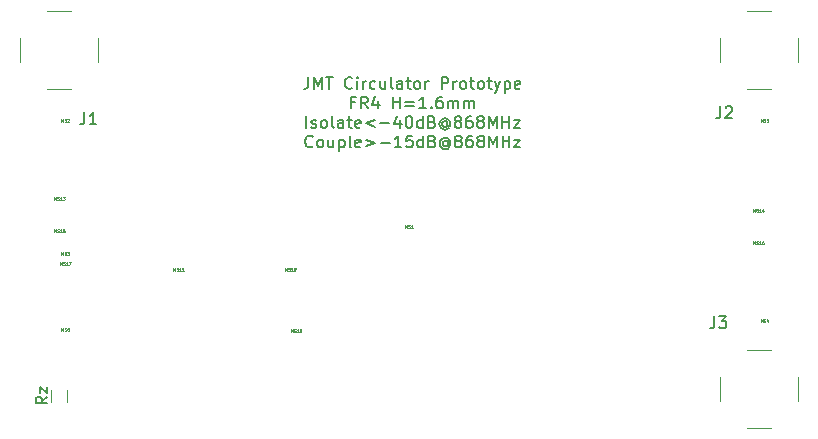
<source format=gbr>
G04 #@! TF.GenerationSoftware,KiCad,Pcbnew,(5.1.5)-3*
G04 #@! TF.CreationDate,2021-08-20T13:05:58+01:00*
G04 #@! TF.ProjectId,Circulator,43697263-756c-4617-946f-722e6b696361,rev?*
G04 #@! TF.SameCoordinates,Original*
G04 #@! TF.FileFunction,Legend,Top*
G04 #@! TF.FilePolarity,Positive*
%FSLAX46Y46*%
G04 Gerber Fmt 4.6, Leading zero omitted, Abs format (unit mm)*
G04 Created by KiCad (PCBNEW (5.1.5)-3) date 2021-08-20 13:05:58*
%MOMM*%
%LPD*%
G04 APERTURE LIST*
%ADD10C,0.150000*%
%ADD11C,0.120000*%
%ADD12C,0.050000*%
G04 APERTURE END LIST*
D10*
X125302476Y-75209380D02*
X125302476Y-75923666D01*
X125254857Y-76066523D01*
X125159619Y-76161761D01*
X125016761Y-76209380D01*
X124921523Y-76209380D01*
X125778666Y-76209380D02*
X125778666Y-75209380D01*
X126112000Y-75923666D01*
X126445333Y-75209380D01*
X126445333Y-76209380D01*
X126778666Y-75209380D02*
X127350095Y-75209380D01*
X127064380Y-76209380D02*
X127064380Y-75209380D01*
X129016761Y-76114142D02*
X128969142Y-76161761D01*
X128826285Y-76209380D01*
X128731047Y-76209380D01*
X128588190Y-76161761D01*
X128492952Y-76066523D01*
X128445333Y-75971285D01*
X128397714Y-75780809D01*
X128397714Y-75637952D01*
X128445333Y-75447476D01*
X128492952Y-75352238D01*
X128588190Y-75257000D01*
X128731047Y-75209380D01*
X128826285Y-75209380D01*
X128969142Y-75257000D01*
X129016761Y-75304619D01*
X129445333Y-76209380D02*
X129445333Y-75542714D01*
X129445333Y-75209380D02*
X129397714Y-75257000D01*
X129445333Y-75304619D01*
X129492952Y-75257000D01*
X129445333Y-75209380D01*
X129445333Y-75304619D01*
X129921523Y-76209380D02*
X129921523Y-75542714D01*
X129921523Y-75733190D02*
X129969142Y-75637952D01*
X130016761Y-75590333D01*
X130112000Y-75542714D01*
X130207238Y-75542714D01*
X130969142Y-76161761D02*
X130873904Y-76209380D01*
X130683428Y-76209380D01*
X130588190Y-76161761D01*
X130540571Y-76114142D01*
X130492952Y-76018904D01*
X130492952Y-75733190D01*
X130540571Y-75637952D01*
X130588190Y-75590333D01*
X130683428Y-75542714D01*
X130873904Y-75542714D01*
X130969142Y-75590333D01*
X131826285Y-75542714D02*
X131826285Y-76209380D01*
X131397714Y-75542714D02*
X131397714Y-76066523D01*
X131445333Y-76161761D01*
X131540571Y-76209380D01*
X131683428Y-76209380D01*
X131778666Y-76161761D01*
X131826285Y-76114142D01*
X132445333Y-76209380D02*
X132350095Y-76161761D01*
X132302476Y-76066523D01*
X132302476Y-75209380D01*
X133254857Y-76209380D02*
X133254857Y-75685571D01*
X133207238Y-75590333D01*
X133112000Y-75542714D01*
X132921523Y-75542714D01*
X132826285Y-75590333D01*
X133254857Y-76161761D02*
X133159619Y-76209380D01*
X132921523Y-76209380D01*
X132826285Y-76161761D01*
X132778666Y-76066523D01*
X132778666Y-75971285D01*
X132826285Y-75876047D01*
X132921523Y-75828428D01*
X133159619Y-75828428D01*
X133254857Y-75780809D01*
X133588190Y-75542714D02*
X133969142Y-75542714D01*
X133731047Y-75209380D02*
X133731047Y-76066523D01*
X133778666Y-76161761D01*
X133873904Y-76209380D01*
X133969142Y-76209380D01*
X134445333Y-76209380D02*
X134350095Y-76161761D01*
X134302476Y-76114142D01*
X134254857Y-76018904D01*
X134254857Y-75733190D01*
X134302476Y-75637952D01*
X134350095Y-75590333D01*
X134445333Y-75542714D01*
X134588190Y-75542714D01*
X134683428Y-75590333D01*
X134731047Y-75637952D01*
X134778666Y-75733190D01*
X134778666Y-76018904D01*
X134731047Y-76114142D01*
X134683428Y-76161761D01*
X134588190Y-76209380D01*
X134445333Y-76209380D01*
X135207238Y-76209380D02*
X135207238Y-75542714D01*
X135207238Y-75733190D02*
X135254857Y-75637952D01*
X135302476Y-75590333D01*
X135397714Y-75542714D01*
X135492952Y-75542714D01*
X136588190Y-76209380D02*
X136588190Y-75209380D01*
X136969142Y-75209380D01*
X137064380Y-75257000D01*
X137112000Y-75304619D01*
X137159619Y-75399857D01*
X137159619Y-75542714D01*
X137112000Y-75637952D01*
X137064380Y-75685571D01*
X136969142Y-75733190D01*
X136588190Y-75733190D01*
X137588190Y-76209380D02*
X137588190Y-75542714D01*
X137588190Y-75733190D02*
X137635809Y-75637952D01*
X137683428Y-75590333D01*
X137778666Y-75542714D01*
X137873904Y-75542714D01*
X138350095Y-76209380D02*
X138254857Y-76161761D01*
X138207238Y-76114142D01*
X138159619Y-76018904D01*
X138159619Y-75733190D01*
X138207238Y-75637952D01*
X138254857Y-75590333D01*
X138350095Y-75542714D01*
X138492952Y-75542714D01*
X138588190Y-75590333D01*
X138635809Y-75637952D01*
X138683428Y-75733190D01*
X138683428Y-76018904D01*
X138635809Y-76114142D01*
X138588190Y-76161761D01*
X138492952Y-76209380D01*
X138350095Y-76209380D01*
X138969142Y-75542714D02*
X139350095Y-75542714D01*
X139112000Y-75209380D02*
X139112000Y-76066523D01*
X139159619Y-76161761D01*
X139254857Y-76209380D01*
X139350095Y-76209380D01*
X139826285Y-76209380D02*
X139731047Y-76161761D01*
X139683428Y-76114142D01*
X139635809Y-76018904D01*
X139635809Y-75733190D01*
X139683428Y-75637952D01*
X139731047Y-75590333D01*
X139826285Y-75542714D01*
X139969142Y-75542714D01*
X140064380Y-75590333D01*
X140112000Y-75637952D01*
X140159619Y-75733190D01*
X140159619Y-76018904D01*
X140112000Y-76114142D01*
X140064380Y-76161761D01*
X139969142Y-76209380D01*
X139826285Y-76209380D01*
X140445333Y-75542714D02*
X140826285Y-75542714D01*
X140588190Y-75209380D02*
X140588190Y-76066523D01*
X140635809Y-76161761D01*
X140731047Y-76209380D01*
X140826285Y-76209380D01*
X141064380Y-75542714D02*
X141302476Y-76209380D01*
X141540571Y-75542714D02*
X141302476Y-76209380D01*
X141207238Y-76447476D01*
X141159619Y-76495095D01*
X141064380Y-76542714D01*
X141921523Y-75542714D02*
X141921523Y-76542714D01*
X141921523Y-75590333D02*
X142016761Y-75542714D01*
X142207238Y-75542714D01*
X142302476Y-75590333D01*
X142350095Y-75637952D01*
X142397714Y-75733190D01*
X142397714Y-76018904D01*
X142350095Y-76114142D01*
X142302476Y-76161761D01*
X142207238Y-76209380D01*
X142016761Y-76209380D01*
X141921523Y-76161761D01*
X143207238Y-76161761D02*
X143112000Y-76209380D01*
X142921523Y-76209380D01*
X142826285Y-76161761D01*
X142778666Y-76066523D01*
X142778666Y-75685571D01*
X142826285Y-75590333D01*
X142921523Y-75542714D01*
X143112000Y-75542714D01*
X143207238Y-75590333D01*
X143254857Y-75685571D01*
X143254857Y-75780809D01*
X142778666Y-75876047D01*
X129231047Y-77335571D02*
X128897714Y-77335571D01*
X128897714Y-77859380D02*
X128897714Y-76859380D01*
X129373904Y-76859380D01*
X130326285Y-77859380D02*
X129992952Y-77383190D01*
X129754857Y-77859380D02*
X129754857Y-76859380D01*
X130135809Y-76859380D01*
X130231047Y-76907000D01*
X130278666Y-76954619D01*
X130326285Y-77049857D01*
X130326285Y-77192714D01*
X130278666Y-77287952D01*
X130231047Y-77335571D01*
X130135809Y-77383190D01*
X129754857Y-77383190D01*
X131183428Y-77192714D02*
X131183428Y-77859380D01*
X130945333Y-76811761D02*
X130707238Y-77526047D01*
X131326285Y-77526047D01*
X132469142Y-77859380D02*
X132469142Y-76859380D01*
X132469142Y-77335571D02*
X133040571Y-77335571D01*
X133040571Y-77859380D02*
X133040571Y-76859380D01*
X133516761Y-77335571D02*
X134278666Y-77335571D01*
X134278666Y-77621285D02*
X133516761Y-77621285D01*
X135278666Y-77859380D02*
X134707238Y-77859380D01*
X134992952Y-77859380D02*
X134992952Y-76859380D01*
X134897714Y-77002238D01*
X134802476Y-77097476D01*
X134707238Y-77145095D01*
X135707238Y-77764142D02*
X135754857Y-77811761D01*
X135707238Y-77859380D01*
X135659619Y-77811761D01*
X135707238Y-77764142D01*
X135707238Y-77859380D01*
X136612000Y-76859380D02*
X136421523Y-76859380D01*
X136326285Y-76907000D01*
X136278666Y-76954619D01*
X136183428Y-77097476D01*
X136135809Y-77287952D01*
X136135809Y-77668904D01*
X136183428Y-77764142D01*
X136231047Y-77811761D01*
X136326285Y-77859380D01*
X136516761Y-77859380D01*
X136612000Y-77811761D01*
X136659619Y-77764142D01*
X136707238Y-77668904D01*
X136707238Y-77430809D01*
X136659619Y-77335571D01*
X136612000Y-77287952D01*
X136516761Y-77240333D01*
X136326285Y-77240333D01*
X136231047Y-77287952D01*
X136183428Y-77335571D01*
X136135809Y-77430809D01*
X137135809Y-77859380D02*
X137135809Y-77192714D01*
X137135809Y-77287952D02*
X137183428Y-77240333D01*
X137278666Y-77192714D01*
X137421523Y-77192714D01*
X137516761Y-77240333D01*
X137564380Y-77335571D01*
X137564380Y-77859380D01*
X137564380Y-77335571D02*
X137612000Y-77240333D01*
X137707238Y-77192714D01*
X137850095Y-77192714D01*
X137945333Y-77240333D01*
X137992952Y-77335571D01*
X137992952Y-77859380D01*
X138469142Y-77859380D02*
X138469142Y-77192714D01*
X138469142Y-77287952D02*
X138516761Y-77240333D01*
X138612000Y-77192714D01*
X138754857Y-77192714D01*
X138850095Y-77240333D01*
X138897714Y-77335571D01*
X138897714Y-77859380D01*
X138897714Y-77335571D02*
X138945333Y-77240333D01*
X139040571Y-77192714D01*
X139183428Y-77192714D01*
X139278666Y-77240333D01*
X139326285Y-77335571D01*
X139326285Y-77859380D01*
X125112000Y-79509380D02*
X125112000Y-78509380D01*
X125540571Y-79461761D02*
X125635809Y-79509380D01*
X125826285Y-79509380D01*
X125921523Y-79461761D01*
X125969142Y-79366523D01*
X125969142Y-79318904D01*
X125921523Y-79223666D01*
X125826285Y-79176047D01*
X125683428Y-79176047D01*
X125588190Y-79128428D01*
X125540571Y-79033190D01*
X125540571Y-78985571D01*
X125588190Y-78890333D01*
X125683428Y-78842714D01*
X125826285Y-78842714D01*
X125921523Y-78890333D01*
X126540571Y-79509380D02*
X126445333Y-79461761D01*
X126397714Y-79414142D01*
X126350095Y-79318904D01*
X126350095Y-79033190D01*
X126397714Y-78937952D01*
X126445333Y-78890333D01*
X126540571Y-78842714D01*
X126683428Y-78842714D01*
X126778666Y-78890333D01*
X126826285Y-78937952D01*
X126873904Y-79033190D01*
X126873904Y-79318904D01*
X126826285Y-79414142D01*
X126778666Y-79461761D01*
X126683428Y-79509380D01*
X126540571Y-79509380D01*
X127445333Y-79509380D02*
X127350095Y-79461761D01*
X127302476Y-79366523D01*
X127302476Y-78509380D01*
X128254857Y-79509380D02*
X128254857Y-78985571D01*
X128207238Y-78890333D01*
X128112000Y-78842714D01*
X127921523Y-78842714D01*
X127826285Y-78890333D01*
X128254857Y-79461761D02*
X128159619Y-79509380D01*
X127921523Y-79509380D01*
X127826285Y-79461761D01*
X127778666Y-79366523D01*
X127778666Y-79271285D01*
X127826285Y-79176047D01*
X127921523Y-79128428D01*
X128159619Y-79128428D01*
X128254857Y-79080809D01*
X128588190Y-78842714D02*
X128969142Y-78842714D01*
X128731047Y-78509380D02*
X128731047Y-79366523D01*
X128778666Y-79461761D01*
X128873904Y-79509380D01*
X128969142Y-79509380D01*
X129683428Y-79461761D02*
X129588190Y-79509380D01*
X129397714Y-79509380D01*
X129302476Y-79461761D01*
X129254857Y-79366523D01*
X129254857Y-78985571D01*
X129302476Y-78890333D01*
X129397714Y-78842714D01*
X129588190Y-78842714D01*
X129683428Y-78890333D01*
X129731047Y-78985571D01*
X129731047Y-79080809D01*
X129254857Y-79176047D01*
X130921523Y-78842714D02*
X130159619Y-79128428D01*
X130921523Y-79414142D01*
X131397714Y-79128428D02*
X132159619Y-79128428D01*
X133064380Y-78842714D02*
X133064380Y-79509380D01*
X132826285Y-78461761D02*
X132588190Y-79176047D01*
X133207238Y-79176047D01*
X133778666Y-78509380D02*
X133873904Y-78509380D01*
X133969142Y-78557000D01*
X134016761Y-78604619D01*
X134064380Y-78699857D01*
X134112000Y-78890333D01*
X134112000Y-79128428D01*
X134064380Y-79318904D01*
X134016761Y-79414142D01*
X133969142Y-79461761D01*
X133873904Y-79509380D01*
X133778666Y-79509380D01*
X133683428Y-79461761D01*
X133635809Y-79414142D01*
X133588190Y-79318904D01*
X133540571Y-79128428D01*
X133540571Y-78890333D01*
X133588190Y-78699857D01*
X133635809Y-78604619D01*
X133683428Y-78557000D01*
X133778666Y-78509380D01*
X134969142Y-79509380D02*
X134969142Y-78509380D01*
X134969142Y-79461761D02*
X134873904Y-79509380D01*
X134683428Y-79509380D01*
X134588190Y-79461761D01*
X134540571Y-79414142D01*
X134492952Y-79318904D01*
X134492952Y-79033190D01*
X134540571Y-78937952D01*
X134588190Y-78890333D01*
X134683428Y-78842714D01*
X134873904Y-78842714D01*
X134969142Y-78890333D01*
X135778666Y-78985571D02*
X135921523Y-79033190D01*
X135969142Y-79080809D01*
X136016761Y-79176047D01*
X136016761Y-79318904D01*
X135969142Y-79414142D01*
X135921523Y-79461761D01*
X135826285Y-79509380D01*
X135445333Y-79509380D01*
X135445333Y-78509380D01*
X135778666Y-78509380D01*
X135873904Y-78557000D01*
X135921523Y-78604619D01*
X135969142Y-78699857D01*
X135969142Y-78795095D01*
X135921523Y-78890333D01*
X135873904Y-78937952D01*
X135778666Y-78985571D01*
X135445333Y-78985571D01*
X137064380Y-79033190D02*
X137016761Y-78985571D01*
X136921523Y-78937952D01*
X136826285Y-78937952D01*
X136731047Y-78985571D01*
X136683428Y-79033190D01*
X136635809Y-79128428D01*
X136635809Y-79223666D01*
X136683428Y-79318904D01*
X136731047Y-79366523D01*
X136826285Y-79414142D01*
X136921523Y-79414142D01*
X137016761Y-79366523D01*
X137064380Y-79318904D01*
X137064380Y-78937952D02*
X137064380Y-79318904D01*
X137112000Y-79366523D01*
X137159619Y-79366523D01*
X137254857Y-79318904D01*
X137302476Y-79223666D01*
X137302476Y-78985571D01*
X137207238Y-78842714D01*
X137064380Y-78747476D01*
X136873904Y-78699857D01*
X136683428Y-78747476D01*
X136540571Y-78842714D01*
X136445333Y-78985571D01*
X136397714Y-79176047D01*
X136445333Y-79366523D01*
X136540571Y-79509380D01*
X136683428Y-79604619D01*
X136873904Y-79652238D01*
X137064380Y-79604619D01*
X137207238Y-79509380D01*
X137873904Y-78937952D02*
X137778666Y-78890333D01*
X137731047Y-78842714D01*
X137683428Y-78747476D01*
X137683428Y-78699857D01*
X137731047Y-78604619D01*
X137778666Y-78557000D01*
X137873904Y-78509380D01*
X138064380Y-78509380D01*
X138159619Y-78557000D01*
X138207238Y-78604619D01*
X138254857Y-78699857D01*
X138254857Y-78747476D01*
X138207238Y-78842714D01*
X138159619Y-78890333D01*
X138064380Y-78937952D01*
X137873904Y-78937952D01*
X137778666Y-78985571D01*
X137731047Y-79033190D01*
X137683428Y-79128428D01*
X137683428Y-79318904D01*
X137731047Y-79414142D01*
X137778666Y-79461761D01*
X137873904Y-79509380D01*
X138064380Y-79509380D01*
X138159619Y-79461761D01*
X138207238Y-79414142D01*
X138254857Y-79318904D01*
X138254857Y-79128428D01*
X138207238Y-79033190D01*
X138159619Y-78985571D01*
X138064380Y-78937952D01*
X139112000Y-78509380D02*
X138921523Y-78509380D01*
X138826285Y-78557000D01*
X138778666Y-78604619D01*
X138683428Y-78747476D01*
X138635809Y-78937952D01*
X138635809Y-79318904D01*
X138683428Y-79414142D01*
X138731047Y-79461761D01*
X138826285Y-79509380D01*
X139016761Y-79509380D01*
X139112000Y-79461761D01*
X139159619Y-79414142D01*
X139207238Y-79318904D01*
X139207238Y-79080809D01*
X139159619Y-78985571D01*
X139112000Y-78937952D01*
X139016761Y-78890333D01*
X138826285Y-78890333D01*
X138731047Y-78937952D01*
X138683428Y-78985571D01*
X138635809Y-79080809D01*
X139778666Y-78937952D02*
X139683428Y-78890333D01*
X139635809Y-78842714D01*
X139588190Y-78747476D01*
X139588190Y-78699857D01*
X139635809Y-78604619D01*
X139683428Y-78557000D01*
X139778666Y-78509380D01*
X139969142Y-78509380D01*
X140064380Y-78557000D01*
X140112000Y-78604619D01*
X140159619Y-78699857D01*
X140159619Y-78747476D01*
X140112000Y-78842714D01*
X140064380Y-78890333D01*
X139969142Y-78937952D01*
X139778666Y-78937952D01*
X139683428Y-78985571D01*
X139635809Y-79033190D01*
X139588190Y-79128428D01*
X139588190Y-79318904D01*
X139635809Y-79414142D01*
X139683428Y-79461761D01*
X139778666Y-79509380D01*
X139969142Y-79509380D01*
X140064380Y-79461761D01*
X140112000Y-79414142D01*
X140159619Y-79318904D01*
X140159619Y-79128428D01*
X140112000Y-79033190D01*
X140064380Y-78985571D01*
X139969142Y-78937952D01*
X140588190Y-79509380D02*
X140588190Y-78509380D01*
X140921523Y-79223666D01*
X141254857Y-78509380D01*
X141254857Y-79509380D01*
X141731047Y-79509380D02*
X141731047Y-78509380D01*
X141731047Y-78985571D02*
X142302476Y-78985571D01*
X142302476Y-79509380D02*
X142302476Y-78509380D01*
X142683428Y-78842714D02*
X143207238Y-78842714D01*
X142683428Y-79509380D01*
X143207238Y-79509380D01*
X125659619Y-81064142D02*
X125612000Y-81111761D01*
X125469142Y-81159380D01*
X125373904Y-81159380D01*
X125231047Y-81111761D01*
X125135809Y-81016523D01*
X125088190Y-80921285D01*
X125040571Y-80730809D01*
X125040571Y-80587952D01*
X125088190Y-80397476D01*
X125135809Y-80302238D01*
X125231047Y-80207000D01*
X125373904Y-80159380D01*
X125469142Y-80159380D01*
X125612000Y-80207000D01*
X125659619Y-80254619D01*
X126231047Y-81159380D02*
X126135809Y-81111761D01*
X126088190Y-81064142D01*
X126040571Y-80968904D01*
X126040571Y-80683190D01*
X126088190Y-80587952D01*
X126135809Y-80540333D01*
X126231047Y-80492714D01*
X126373904Y-80492714D01*
X126469142Y-80540333D01*
X126516761Y-80587952D01*
X126564380Y-80683190D01*
X126564380Y-80968904D01*
X126516761Y-81064142D01*
X126469142Y-81111761D01*
X126373904Y-81159380D01*
X126231047Y-81159380D01*
X127421523Y-80492714D02*
X127421523Y-81159380D01*
X126992952Y-80492714D02*
X126992952Y-81016523D01*
X127040571Y-81111761D01*
X127135809Y-81159380D01*
X127278666Y-81159380D01*
X127373904Y-81111761D01*
X127421523Y-81064142D01*
X127897714Y-80492714D02*
X127897714Y-81492714D01*
X127897714Y-80540333D02*
X127992952Y-80492714D01*
X128183428Y-80492714D01*
X128278666Y-80540333D01*
X128326285Y-80587952D01*
X128373904Y-80683190D01*
X128373904Y-80968904D01*
X128326285Y-81064142D01*
X128278666Y-81111761D01*
X128183428Y-81159380D01*
X127992952Y-81159380D01*
X127897714Y-81111761D01*
X128945333Y-81159380D02*
X128850095Y-81111761D01*
X128802476Y-81016523D01*
X128802476Y-80159380D01*
X129707238Y-81111761D02*
X129612000Y-81159380D01*
X129421523Y-81159380D01*
X129326285Y-81111761D01*
X129278666Y-81016523D01*
X129278666Y-80635571D01*
X129326285Y-80540333D01*
X129421523Y-80492714D01*
X129612000Y-80492714D01*
X129707238Y-80540333D01*
X129754857Y-80635571D01*
X129754857Y-80730809D01*
X129278666Y-80826047D01*
X130183428Y-80492714D02*
X130945333Y-80778428D01*
X130183428Y-81064142D01*
X131421523Y-80778428D02*
X132183428Y-80778428D01*
X133183428Y-81159380D02*
X132612000Y-81159380D01*
X132897714Y-81159380D02*
X132897714Y-80159380D01*
X132802476Y-80302238D01*
X132707238Y-80397476D01*
X132612000Y-80445095D01*
X134088190Y-80159380D02*
X133612000Y-80159380D01*
X133564380Y-80635571D01*
X133612000Y-80587952D01*
X133707238Y-80540333D01*
X133945333Y-80540333D01*
X134040571Y-80587952D01*
X134088190Y-80635571D01*
X134135809Y-80730809D01*
X134135809Y-80968904D01*
X134088190Y-81064142D01*
X134040571Y-81111761D01*
X133945333Y-81159380D01*
X133707238Y-81159380D01*
X133612000Y-81111761D01*
X133564380Y-81064142D01*
X134992952Y-81159380D02*
X134992952Y-80159380D01*
X134992952Y-81111761D02*
X134897714Y-81159380D01*
X134707238Y-81159380D01*
X134612000Y-81111761D01*
X134564380Y-81064142D01*
X134516761Y-80968904D01*
X134516761Y-80683190D01*
X134564380Y-80587952D01*
X134612000Y-80540333D01*
X134707238Y-80492714D01*
X134897714Y-80492714D01*
X134992952Y-80540333D01*
X135802476Y-80635571D02*
X135945333Y-80683190D01*
X135992952Y-80730809D01*
X136040571Y-80826047D01*
X136040571Y-80968904D01*
X135992952Y-81064142D01*
X135945333Y-81111761D01*
X135850095Y-81159380D01*
X135469142Y-81159380D01*
X135469142Y-80159380D01*
X135802476Y-80159380D01*
X135897714Y-80207000D01*
X135945333Y-80254619D01*
X135992952Y-80349857D01*
X135992952Y-80445095D01*
X135945333Y-80540333D01*
X135897714Y-80587952D01*
X135802476Y-80635571D01*
X135469142Y-80635571D01*
X137088190Y-80683190D02*
X137040571Y-80635571D01*
X136945333Y-80587952D01*
X136850095Y-80587952D01*
X136754857Y-80635571D01*
X136707238Y-80683190D01*
X136659619Y-80778428D01*
X136659619Y-80873666D01*
X136707238Y-80968904D01*
X136754857Y-81016523D01*
X136850095Y-81064142D01*
X136945333Y-81064142D01*
X137040571Y-81016523D01*
X137088190Y-80968904D01*
X137088190Y-80587952D02*
X137088190Y-80968904D01*
X137135809Y-81016523D01*
X137183428Y-81016523D01*
X137278666Y-80968904D01*
X137326285Y-80873666D01*
X137326285Y-80635571D01*
X137231047Y-80492714D01*
X137088190Y-80397476D01*
X136897714Y-80349857D01*
X136707238Y-80397476D01*
X136564380Y-80492714D01*
X136469142Y-80635571D01*
X136421523Y-80826047D01*
X136469142Y-81016523D01*
X136564380Y-81159380D01*
X136707238Y-81254619D01*
X136897714Y-81302238D01*
X137088190Y-81254619D01*
X137231047Y-81159380D01*
X137897714Y-80587952D02*
X137802476Y-80540333D01*
X137754857Y-80492714D01*
X137707238Y-80397476D01*
X137707238Y-80349857D01*
X137754857Y-80254619D01*
X137802476Y-80207000D01*
X137897714Y-80159380D01*
X138088190Y-80159380D01*
X138183428Y-80207000D01*
X138231047Y-80254619D01*
X138278666Y-80349857D01*
X138278666Y-80397476D01*
X138231047Y-80492714D01*
X138183428Y-80540333D01*
X138088190Y-80587952D01*
X137897714Y-80587952D01*
X137802476Y-80635571D01*
X137754857Y-80683190D01*
X137707238Y-80778428D01*
X137707238Y-80968904D01*
X137754857Y-81064142D01*
X137802476Y-81111761D01*
X137897714Y-81159380D01*
X138088190Y-81159380D01*
X138183428Y-81111761D01*
X138231047Y-81064142D01*
X138278666Y-80968904D01*
X138278666Y-80778428D01*
X138231047Y-80683190D01*
X138183428Y-80635571D01*
X138088190Y-80587952D01*
X139135809Y-80159380D02*
X138945333Y-80159380D01*
X138850095Y-80207000D01*
X138802476Y-80254619D01*
X138707238Y-80397476D01*
X138659619Y-80587952D01*
X138659619Y-80968904D01*
X138707238Y-81064142D01*
X138754857Y-81111761D01*
X138850095Y-81159380D01*
X139040571Y-81159380D01*
X139135809Y-81111761D01*
X139183428Y-81064142D01*
X139231047Y-80968904D01*
X139231047Y-80730809D01*
X139183428Y-80635571D01*
X139135809Y-80587952D01*
X139040571Y-80540333D01*
X138850095Y-80540333D01*
X138754857Y-80587952D01*
X138707238Y-80635571D01*
X138659619Y-80730809D01*
X139802476Y-80587952D02*
X139707238Y-80540333D01*
X139659619Y-80492714D01*
X139612000Y-80397476D01*
X139612000Y-80349857D01*
X139659619Y-80254619D01*
X139707238Y-80207000D01*
X139802476Y-80159380D01*
X139992952Y-80159380D01*
X140088190Y-80207000D01*
X140135809Y-80254619D01*
X140183428Y-80349857D01*
X140183428Y-80397476D01*
X140135809Y-80492714D01*
X140088190Y-80540333D01*
X139992952Y-80587952D01*
X139802476Y-80587952D01*
X139707238Y-80635571D01*
X139659619Y-80683190D01*
X139612000Y-80778428D01*
X139612000Y-80968904D01*
X139659619Y-81064142D01*
X139707238Y-81111761D01*
X139802476Y-81159380D01*
X139992952Y-81159380D01*
X140088190Y-81111761D01*
X140135809Y-81064142D01*
X140183428Y-80968904D01*
X140183428Y-80778428D01*
X140135809Y-80683190D01*
X140088190Y-80635571D01*
X139992952Y-80587952D01*
X140612000Y-81159380D02*
X140612000Y-80159380D01*
X140945333Y-80873666D01*
X141278666Y-80159380D01*
X141278666Y-81159380D01*
X141754857Y-81159380D02*
X141754857Y-80159380D01*
X141754857Y-80635571D02*
X142326285Y-80635571D01*
X142326285Y-81159380D02*
X142326285Y-80159380D01*
X142707238Y-80492714D02*
X143231047Y-80492714D01*
X142707238Y-81159380D01*
X143231047Y-81159380D01*
D11*
X104883500Y-101671500D02*
X104883500Y-102671500D01*
X103523500Y-102671500D02*
X103523500Y-101671500D01*
X100903500Y-71898000D02*
X100903500Y-73898000D01*
X107503500Y-71898000D02*
X107503500Y-73898000D01*
X103203500Y-76198000D02*
X105203500Y-76198000D01*
X103203500Y-69598000D02*
X105203500Y-69598000D01*
X162449000Y-69598000D02*
X164449000Y-69598000D01*
X162449000Y-76198000D02*
X164449000Y-76198000D01*
X166749000Y-71898000D02*
X166749000Y-73898000D01*
X160149000Y-71898000D02*
X160149000Y-73898000D01*
X160149000Y-100600000D02*
X160149000Y-102600000D01*
X166749000Y-100600000D02*
X166749000Y-102600000D01*
X162449000Y-104900000D02*
X164449000Y-104900000D01*
X162449000Y-98300000D02*
X164449000Y-98300000D01*
D10*
X103205880Y-102266738D02*
X102729690Y-102600071D01*
X103205880Y-102838166D02*
X102205880Y-102838166D01*
X102205880Y-102457214D01*
X102253500Y-102361976D01*
X102301119Y-102314357D01*
X102396357Y-102266738D01*
X102539214Y-102266738D01*
X102634452Y-102314357D01*
X102682071Y-102361976D01*
X102729690Y-102457214D01*
X102729690Y-102838166D01*
X102539214Y-101933404D02*
X102539214Y-101409595D01*
X103205880Y-101933404D01*
X103205880Y-101409595D01*
D12*
X162967523Y-89345095D02*
X162967523Y-89095095D01*
X163050857Y-89273666D01*
X163134190Y-89095095D01*
X163134190Y-89345095D01*
X163241333Y-89333190D02*
X163277047Y-89345095D01*
X163336571Y-89345095D01*
X163360380Y-89333190D01*
X163372285Y-89321285D01*
X163384190Y-89297476D01*
X163384190Y-89273666D01*
X163372285Y-89249857D01*
X163360380Y-89237952D01*
X163336571Y-89226047D01*
X163288952Y-89214142D01*
X163265142Y-89202238D01*
X163253238Y-89190333D01*
X163241333Y-89166523D01*
X163241333Y-89142714D01*
X163253238Y-89118904D01*
X163265142Y-89107000D01*
X163288952Y-89095095D01*
X163348476Y-89095095D01*
X163384190Y-89107000D01*
X163622285Y-89345095D02*
X163479428Y-89345095D01*
X163550857Y-89345095D02*
X163550857Y-89095095D01*
X163527047Y-89130809D01*
X163503238Y-89154619D01*
X163479428Y-89166523D01*
X163836571Y-89095095D02*
X163788952Y-89095095D01*
X163765142Y-89107000D01*
X163753238Y-89118904D01*
X163729428Y-89154619D01*
X163717523Y-89202238D01*
X163717523Y-89297476D01*
X163729428Y-89321285D01*
X163741333Y-89333190D01*
X163765142Y-89345095D01*
X163812761Y-89345095D01*
X163836571Y-89333190D01*
X163848476Y-89321285D01*
X163860380Y-89297476D01*
X163860380Y-89237952D01*
X163848476Y-89214142D01*
X163836571Y-89202238D01*
X163812761Y-89190333D01*
X163765142Y-89190333D01*
X163741333Y-89202238D01*
X163729428Y-89214142D01*
X163717523Y-89237952D01*
X103767523Y-88345095D02*
X103767523Y-88095095D01*
X103850857Y-88273666D01*
X103934190Y-88095095D01*
X103934190Y-88345095D01*
X104041333Y-88333190D02*
X104077047Y-88345095D01*
X104136571Y-88345095D01*
X104160380Y-88333190D01*
X104172285Y-88321285D01*
X104184190Y-88297476D01*
X104184190Y-88273666D01*
X104172285Y-88249857D01*
X104160380Y-88237952D01*
X104136571Y-88226047D01*
X104088952Y-88214142D01*
X104065142Y-88202238D01*
X104053238Y-88190333D01*
X104041333Y-88166523D01*
X104041333Y-88142714D01*
X104053238Y-88118904D01*
X104065142Y-88107000D01*
X104088952Y-88095095D01*
X104148476Y-88095095D01*
X104184190Y-88107000D01*
X104422285Y-88345095D02*
X104279428Y-88345095D01*
X104350857Y-88345095D02*
X104350857Y-88095095D01*
X104327047Y-88130809D01*
X104303238Y-88154619D01*
X104279428Y-88166523D01*
X104648476Y-88095095D02*
X104529428Y-88095095D01*
X104517523Y-88214142D01*
X104529428Y-88202238D01*
X104553238Y-88190333D01*
X104612761Y-88190333D01*
X104636571Y-88202238D01*
X104648476Y-88214142D01*
X104660380Y-88237952D01*
X104660380Y-88297476D01*
X104648476Y-88321285D01*
X104636571Y-88333190D01*
X104612761Y-88345095D01*
X104553238Y-88345095D01*
X104529428Y-88333190D01*
X104517523Y-88321285D01*
X103767523Y-85595095D02*
X103767523Y-85345095D01*
X103850857Y-85523666D01*
X103934190Y-85345095D01*
X103934190Y-85595095D01*
X104041333Y-85583190D02*
X104077047Y-85595095D01*
X104136571Y-85595095D01*
X104160380Y-85583190D01*
X104172285Y-85571285D01*
X104184190Y-85547476D01*
X104184190Y-85523666D01*
X104172285Y-85499857D01*
X104160380Y-85487952D01*
X104136571Y-85476047D01*
X104088952Y-85464142D01*
X104065142Y-85452238D01*
X104053238Y-85440333D01*
X104041333Y-85416523D01*
X104041333Y-85392714D01*
X104053238Y-85368904D01*
X104065142Y-85357000D01*
X104088952Y-85345095D01*
X104148476Y-85345095D01*
X104184190Y-85357000D01*
X104422285Y-85595095D02*
X104279428Y-85595095D01*
X104350857Y-85595095D02*
X104350857Y-85345095D01*
X104327047Y-85380809D01*
X104303238Y-85404619D01*
X104279428Y-85416523D01*
X104505619Y-85345095D02*
X104660380Y-85345095D01*
X104577047Y-85440333D01*
X104612761Y-85440333D01*
X104636571Y-85452238D01*
X104648476Y-85464142D01*
X104660380Y-85487952D01*
X104660380Y-85547476D01*
X104648476Y-85571285D01*
X104636571Y-85583190D01*
X104612761Y-85595095D01*
X104541333Y-85595095D01*
X104517523Y-85583190D01*
X104505619Y-85571285D01*
X104386571Y-96705095D02*
X104386571Y-96455095D01*
X104469904Y-96633666D01*
X104553238Y-96455095D01*
X104553238Y-96705095D01*
X104660380Y-96693190D02*
X104696095Y-96705095D01*
X104755619Y-96705095D01*
X104779428Y-96693190D01*
X104791333Y-96681285D01*
X104803238Y-96657476D01*
X104803238Y-96633666D01*
X104791333Y-96609857D01*
X104779428Y-96597952D01*
X104755619Y-96586047D01*
X104708000Y-96574142D01*
X104684190Y-96562238D01*
X104672285Y-96550333D01*
X104660380Y-96526523D01*
X104660380Y-96502714D01*
X104672285Y-96478904D01*
X104684190Y-96467000D01*
X104708000Y-96455095D01*
X104767523Y-96455095D01*
X104803238Y-96467000D01*
X105017523Y-96455095D02*
X104969904Y-96455095D01*
X104946095Y-96467000D01*
X104934190Y-96478904D01*
X104910380Y-96514619D01*
X104898476Y-96562238D01*
X104898476Y-96657476D01*
X104910380Y-96681285D01*
X104922285Y-96693190D01*
X104946095Y-96705095D01*
X104993714Y-96705095D01*
X105017523Y-96693190D01*
X105029428Y-96681285D01*
X105041333Y-96657476D01*
X105041333Y-96597952D01*
X105029428Y-96574142D01*
X105017523Y-96562238D01*
X104993714Y-96550333D01*
X104946095Y-96550333D01*
X104922285Y-96562238D01*
X104910380Y-96574142D01*
X104898476Y-96597952D01*
X123822523Y-96805095D02*
X123822523Y-96555095D01*
X123905857Y-96733666D01*
X123989190Y-96555095D01*
X123989190Y-96805095D01*
X124096333Y-96793190D02*
X124132047Y-96805095D01*
X124191571Y-96805095D01*
X124215380Y-96793190D01*
X124227285Y-96781285D01*
X124239190Y-96757476D01*
X124239190Y-96733666D01*
X124227285Y-96709857D01*
X124215380Y-96697952D01*
X124191571Y-96686047D01*
X124143952Y-96674142D01*
X124120142Y-96662238D01*
X124108238Y-96650333D01*
X124096333Y-96626523D01*
X124096333Y-96602714D01*
X124108238Y-96578904D01*
X124120142Y-96567000D01*
X124143952Y-96555095D01*
X124203476Y-96555095D01*
X124239190Y-96567000D01*
X124477285Y-96805095D02*
X124334428Y-96805095D01*
X124405857Y-96805095D02*
X124405857Y-96555095D01*
X124382047Y-96590809D01*
X124358238Y-96614619D01*
X124334428Y-96626523D01*
X124620142Y-96662238D02*
X124596333Y-96650333D01*
X124584428Y-96638428D01*
X124572523Y-96614619D01*
X124572523Y-96602714D01*
X124584428Y-96578904D01*
X124596333Y-96567000D01*
X124620142Y-96555095D01*
X124667761Y-96555095D01*
X124691571Y-96567000D01*
X124703476Y-96578904D01*
X124715380Y-96602714D01*
X124715380Y-96614619D01*
X124703476Y-96638428D01*
X124691571Y-96650333D01*
X124667761Y-96662238D01*
X124620142Y-96662238D01*
X124596333Y-96674142D01*
X124584428Y-96686047D01*
X124572523Y-96709857D01*
X124572523Y-96757476D01*
X124584428Y-96781285D01*
X124596333Y-96793190D01*
X124620142Y-96805095D01*
X124667761Y-96805095D01*
X124691571Y-96793190D01*
X124703476Y-96781285D01*
X124715380Y-96757476D01*
X124715380Y-96709857D01*
X124703476Y-96686047D01*
X124691571Y-96674142D01*
X124667761Y-96662238D01*
X104386571Y-90295095D02*
X104386571Y-90045095D01*
X104469904Y-90223666D01*
X104553238Y-90045095D01*
X104553238Y-90295095D01*
X104660380Y-90283190D02*
X104696095Y-90295095D01*
X104755619Y-90295095D01*
X104779428Y-90283190D01*
X104791333Y-90271285D01*
X104803238Y-90247476D01*
X104803238Y-90223666D01*
X104791333Y-90199857D01*
X104779428Y-90187952D01*
X104755619Y-90176047D01*
X104708000Y-90164142D01*
X104684190Y-90152238D01*
X104672285Y-90140333D01*
X104660380Y-90116523D01*
X104660380Y-90092714D01*
X104672285Y-90068904D01*
X104684190Y-90057000D01*
X104708000Y-90045095D01*
X104767523Y-90045095D01*
X104803238Y-90057000D01*
X104886571Y-90045095D02*
X105041333Y-90045095D01*
X104958000Y-90140333D01*
X104993714Y-90140333D01*
X105017523Y-90152238D01*
X105029428Y-90164142D01*
X105041333Y-90187952D01*
X105041333Y-90247476D01*
X105029428Y-90271285D01*
X105017523Y-90283190D01*
X104993714Y-90295095D01*
X104922285Y-90295095D01*
X104898476Y-90283190D01*
X104886571Y-90271285D01*
X163586571Y-95945095D02*
X163586571Y-95695095D01*
X163669904Y-95873666D01*
X163753238Y-95695095D01*
X163753238Y-95945095D01*
X163860380Y-95933190D02*
X163896095Y-95945095D01*
X163955619Y-95945095D01*
X163979428Y-95933190D01*
X163991333Y-95921285D01*
X164003238Y-95897476D01*
X164003238Y-95873666D01*
X163991333Y-95849857D01*
X163979428Y-95837952D01*
X163955619Y-95826047D01*
X163908000Y-95814142D01*
X163884190Y-95802238D01*
X163872285Y-95790333D01*
X163860380Y-95766523D01*
X163860380Y-95742714D01*
X163872285Y-95718904D01*
X163884190Y-95707000D01*
X163908000Y-95695095D01*
X163967523Y-95695095D01*
X164003238Y-95707000D01*
X164217523Y-95778428D02*
X164217523Y-95945095D01*
X164158000Y-95683190D02*
X164098476Y-95861761D01*
X164253238Y-95861761D01*
X162967523Y-86595095D02*
X162967523Y-86345095D01*
X163050857Y-86523666D01*
X163134190Y-86345095D01*
X163134190Y-86595095D01*
X163241333Y-86583190D02*
X163277047Y-86595095D01*
X163336571Y-86595095D01*
X163360380Y-86583190D01*
X163372285Y-86571285D01*
X163384190Y-86547476D01*
X163384190Y-86523666D01*
X163372285Y-86499857D01*
X163360380Y-86487952D01*
X163336571Y-86476047D01*
X163288952Y-86464142D01*
X163265142Y-86452238D01*
X163253238Y-86440333D01*
X163241333Y-86416523D01*
X163241333Y-86392714D01*
X163253238Y-86368904D01*
X163265142Y-86357000D01*
X163288952Y-86345095D01*
X163348476Y-86345095D01*
X163384190Y-86357000D01*
X163622285Y-86595095D02*
X163479428Y-86595095D01*
X163550857Y-86595095D02*
X163550857Y-86345095D01*
X163527047Y-86380809D01*
X163503238Y-86404619D01*
X163479428Y-86416523D01*
X163836571Y-86428428D02*
X163836571Y-86595095D01*
X163777047Y-86333190D02*
X163717523Y-86511761D01*
X163872285Y-86511761D01*
X113867523Y-91600095D02*
X113867523Y-91350095D01*
X113950857Y-91528666D01*
X114034190Y-91350095D01*
X114034190Y-91600095D01*
X114141333Y-91588190D02*
X114177047Y-91600095D01*
X114236571Y-91600095D01*
X114260380Y-91588190D01*
X114272285Y-91576285D01*
X114284190Y-91552476D01*
X114284190Y-91528666D01*
X114272285Y-91504857D01*
X114260380Y-91492952D01*
X114236571Y-91481047D01*
X114188952Y-91469142D01*
X114165142Y-91457238D01*
X114153238Y-91445333D01*
X114141333Y-91421523D01*
X114141333Y-91397714D01*
X114153238Y-91373904D01*
X114165142Y-91362000D01*
X114188952Y-91350095D01*
X114248476Y-91350095D01*
X114284190Y-91362000D01*
X114522285Y-91600095D02*
X114379428Y-91600095D01*
X114450857Y-91600095D02*
X114450857Y-91350095D01*
X114427047Y-91385809D01*
X114403238Y-91409619D01*
X114379428Y-91421523D01*
X114760380Y-91600095D02*
X114617523Y-91600095D01*
X114688952Y-91600095D02*
X114688952Y-91350095D01*
X114665142Y-91385809D01*
X114641333Y-91409619D01*
X114617523Y-91421523D01*
X163586571Y-78995095D02*
X163586571Y-78745095D01*
X163669904Y-78923666D01*
X163753238Y-78745095D01*
X163753238Y-78995095D01*
X163860380Y-78983190D02*
X163896095Y-78995095D01*
X163955619Y-78995095D01*
X163979428Y-78983190D01*
X163991333Y-78971285D01*
X164003238Y-78947476D01*
X164003238Y-78923666D01*
X163991333Y-78899857D01*
X163979428Y-78887952D01*
X163955619Y-78876047D01*
X163908000Y-78864142D01*
X163884190Y-78852238D01*
X163872285Y-78840333D01*
X163860380Y-78816523D01*
X163860380Y-78792714D01*
X163872285Y-78768904D01*
X163884190Y-78757000D01*
X163908000Y-78745095D01*
X163967523Y-78745095D01*
X164003238Y-78757000D01*
X164229428Y-78745095D02*
X164110380Y-78745095D01*
X164098476Y-78864142D01*
X164110380Y-78852238D01*
X164134190Y-78840333D01*
X164193714Y-78840333D01*
X164217523Y-78852238D01*
X164229428Y-78864142D01*
X164241333Y-78887952D01*
X164241333Y-78947476D01*
X164229428Y-78971285D01*
X164217523Y-78983190D01*
X164193714Y-78995095D01*
X164134190Y-78995095D01*
X164110380Y-78983190D01*
X164098476Y-78971285D01*
X104267523Y-91100095D02*
X104267523Y-90850095D01*
X104350857Y-91028666D01*
X104434190Y-90850095D01*
X104434190Y-91100095D01*
X104541333Y-91088190D02*
X104577047Y-91100095D01*
X104636571Y-91100095D01*
X104660380Y-91088190D01*
X104672285Y-91076285D01*
X104684190Y-91052476D01*
X104684190Y-91028666D01*
X104672285Y-91004857D01*
X104660380Y-90992952D01*
X104636571Y-90981047D01*
X104588952Y-90969142D01*
X104565142Y-90957238D01*
X104553238Y-90945333D01*
X104541333Y-90921523D01*
X104541333Y-90897714D01*
X104553238Y-90873904D01*
X104565142Y-90862000D01*
X104588952Y-90850095D01*
X104648476Y-90850095D01*
X104684190Y-90862000D01*
X104922285Y-91100095D02*
X104779428Y-91100095D01*
X104850857Y-91100095D02*
X104850857Y-90850095D01*
X104827047Y-90885809D01*
X104803238Y-90909619D01*
X104779428Y-90921523D01*
X105005619Y-90850095D02*
X105172285Y-90850095D01*
X105065142Y-91100095D01*
X104386571Y-78995095D02*
X104386571Y-78745095D01*
X104469904Y-78923666D01*
X104553238Y-78745095D01*
X104553238Y-78995095D01*
X104660380Y-78983190D02*
X104696095Y-78995095D01*
X104755619Y-78995095D01*
X104779428Y-78983190D01*
X104791333Y-78971285D01*
X104803238Y-78947476D01*
X104803238Y-78923666D01*
X104791333Y-78899857D01*
X104779428Y-78887952D01*
X104755619Y-78876047D01*
X104708000Y-78864142D01*
X104684190Y-78852238D01*
X104672285Y-78840333D01*
X104660380Y-78816523D01*
X104660380Y-78792714D01*
X104672285Y-78768904D01*
X104684190Y-78757000D01*
X104708000Y-78745095D01*
X104767523Y-78745095D01*
X104803238Y-78757000D01*
X104898476Y-78768904D02*
X104910380Y-78757000D01*
X104934190Y-78745095D01*
X104993714Y-78745095D01*
X105017523Y-78757000D01*
X105029428Y-78768904D01*
X105041333Y-78792714D01*
X105041333Y-78816523D01*
X105029428Y-78852238D01*
X104886571Y-78995095D01*
X105041333Y-78995095D01*
X133486571Y-87970095D02*
X133486571Y-87720095D01*
X133569904Y-87898666D01*
X133653238Y-87720095D01*
X133653238Y-87970095D01*
X133760380Y-87958190D02*
X133796095Y-87970095D01*
X133855619Y-87970095D01*
X133879428Y-87958190D01*
X133891333Y-87946285D01*
X133903238Y-87922476D01*
X133903238Y-87898666D01*
X133891333Y-87874857D01*
X133879428Y-87862952D01*
X133855619Y-87851047D01*
X133808000Y-87839142D01*
X133784190Y-87827238D01*
X133772285Y-87815333D01*
X133760380Y-87791523D01*
X133760380Y-87767714D01*
X133772285Y-87743904D01*
X133784190Y-87732000D01*
X133808000Y-87720095D01*
X133867523Y-87720095D01*
X133903238Y-87732000D01*
X134141333Y-87970095D02*
X133998476Y-87970095D01*
X134069904Y-87970095D02*
X134069904Y-87720095D01*
X134046095Y-87755809D01*
X134022285Y-87779619D01*
X133998476Y-87791523D01*
X123322523Y-91600095D02*
X123322523Y-91350095D01*
X123405857Y-91528666D01*
X123489190Y-91350095D01*
X123489190Y-91600095D01*
X123596333Y-91588190D02*
X123632047Y-91600095D01*
X123691571Y-91600095D01*
X123715380Y-91588190D01*
X123727285Y-91576285D01*
X123739190Y-91552476D01*
X123739190Y-91528666D01*
X123727285Y-91504857D01*
X123715380Y-91492952D01*
X123691571Y-91481047D01*
X123643952Y-91469142D01*
X123620142Y-91457238D01*
X123608238Y-91445333D01*
X123596333Y-91421523D01*
X123596333Y-91397714D01*
X123608238Y-91373904D01*
X123620142Y-91362000D01*
X123643952Y-91350095D01*
X123703476Y-91350095D01*
X123739190Y-91362000D01*
X123977285Y-91600095D02*
X123834428Y-91600095D01*
X123905857Y-91600095D02*
X123905857Y-91350095D01*
X123882047Y-91385809D01*
X123858238Y-91409619D01*
X123834428Y-91421523D01*
X124096333Y-91600095D02*
X124143952Y-91600095D01*
X124167761Y-91588190D01*
X124179666Y-91576285D01*
X124203476Y-91540571D01*
X124215380Y-91492952D01*
X124215380Y-91397714D01*
X124203476Y-91373904D01*
X124191571Y-91362000D01*
X124167761Y-91350095D01*
X124120142Y-91350095D01*
X124096333Y-91362000D01*
X124084428Y-91373904D01*
X124072523Y-91397714D01*
X124072523Y-91457238D01*
X124084428Y-91481047D01*
X124096333Y-91492952D01*
X124120142Y-91504857D01*
X124167761Y-91504857D01*
X124191571Y-91492952D01*
X124203476Y-91481047D01*
X124215380Y-91457238D01*
D10*
X106346666Y-78192380D02*
X106346666Y-78906666D01*
X106299047Y-79049523D01*
X106203809Y-79144761D01*
X106060952Y-79192380D01*
X105965714Y-79192380D01*
X107346666Y-79192380D02*
X106775238Y-79192380D01*
X107060952Y-79192380D02*
X107060952Y-78192380D01*
X106965714Y-78335238D01*
X106870476Y-78430476D01*
X106775238Y-78478095D01*
X160194666Y-77684380D02*
X160194666Y-78398666D01*
X160147047Y-78541523D01*
X160051809Y-78636761D01*
X159908952Y-78684380D01*
X159813714Y-78684380D01*
X160623238Y-77779619D02*
X160670857Y-77732000D01*
X160766095Y-77684380D01*
X161004190Y-77684380D01*
X161099428Y-77732000D01*
X161147047Y-77779619D01*
X161194666Y-77874857D01*
X161194666Y-77970095D01*
X161147047Y-78112952D01*
X160575619Y-78684380D01*
X161194666Y-78684380D01*
X159686666Y-95464380D02*
X159686666Y-96178666D01*
X159639047Y-96321523D01*
X159543809Y-96416761D01*
X159400952Y-96464380D01*
X159305714Y-96464380D01*
X160067619Y-95464380D02*
X160686666Y-95464380D01*
X160353333Y-95845333D01*
X160496190Y-95845333D01*
X160591428Y-95892952D01*
X160639047Y-95940571D01*
X160686666Y-96035809D01*
X160686666Y-96273904D01*
X160639047Y-96369142D01*
X160591428Y-96416761D01*
X160496190Y-96464380D01*
X160210476Y-96464380D01*
X160115238Y-96416761D01*
X160067619Y-96369142D01*
M02*

</source>
